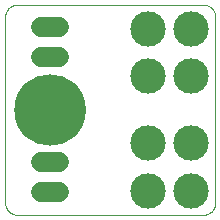
<source format=gbs>
G75*
%MOIN*%
%OFA0B0*%
%FSLAX25Y25*%
%IPPOS*%
%LPD*%
%AMOC8*
5,1,8,0,0,1.08239X$1,22.5*
%
%ADD10C,0.00000*%
%ADD11C,0.23800*%
%ADD12C,0.11800*%
%ADD13C,0.06737*%
D10*
X0001000Y0004937D02*
X0001000Y0067063D01*
X0001002Y0067187D01*
X0001008Y0067310D01*
X0001017Y0067434D01*
X0001031Y0067556D01*
X0001048Y0067679D01*
X0001070Y0067801D01*
X0001095Y0067922D01*
X0001124Y0068042D01*
X0001156Y0068161D01*
X0001193Y0068280D01*
X0001233Y0068397D01*
X0001276Y0068512D01*
X0001324Y0068627D01*
X0001375Y0068739D01*
X0001429Y0068850D01*
X0001487Y0068960D01*
X0001548Y0069067D01*
X0001613Y0069173D01*
X0001681Y0069276D01*
X0001752Y0069377D01*
X0001826Y0069476D01*
X0001903Y0069573D01*
X0001984Y0069667D01*
X0002067Y0069758D01*
X0002153Y0069847D01*
X0002242Y0069933D01*
X0002333Y0070016D01*
X0002427Y0070097D01*
X0002524Y0070174D01*
X0002623Y0070248D01*
X0002724Y0070319D01*
X0002827Y0070387D01*
X0002933Y0070452D01*
X0003040Y0070513D01*
X0003150Y0070571D01*
X0003261Y0070625D01*
X0003373Y0070676D01*
X0003488Y0070724D01*
X0003603Y0070767D01*
X0003720Y0070807D01*
X0003839Y0070844D01*
X0003958Y0070876D01*
X0004078Y0070905D01*
X0004199Y0070930D01*
X0004321Y0070952D01*
X0004444Y0070969D01*
X0004566Y0070983D01*
X0004690Y0070992D01*
X0004813Y0070998D01*
X0004937Y0071000D01*
X0067063Y0071000D01*
X0067187Y0070998D01*
X0067310Y0070992D01*
X0067434Y0070983D01*
X0067556Y0070969D01*
X0067679Y0070952D01*
X0067801Y0070930D01*
X0067922Y0070905D01*
X0068042Y0070876D01*
X0068161Y0070844D01*
X0068280Y0070807D01*
X0068397Y0070767D01*
X0068512Y0070724D01*
X0068627Y0070676D01*
X0068739Y0070625D01*
X0068850Y0070571D01*
X0068960Y0070513D01*
X0069067Y0070452D01*
X0069173Y0070387D01*
X0069276Y0070319D01*
X0069377Y0070248D01*
X0069476Y0070174D01*
X0069573Y0070097D01*
X0069667Y0070016D01*
X0069758Y0069933D01*
X0069847Y0069847D01*
X0069933Y0069758D01*
X0070016Y0069667D01*
X0070097Y0069573D01*
X0070174Y0069476D01*
X0070248Y0069377D01*
X0070319Y0069276D01*
X0070387Y0069173D01*
X0070452Y0069067D01*
X0070513Y0068960D01*
X0070571Y0068850D01*
X0070625Y0068739D01*
X0070676Y0068627D01*
X0070724Y0068512D01*
X0070767Y0068397D01*
X0070807Y0068280D01*
X0070844Y0068161D01*
X0070876Y0068042D01*
X0070905Y0067922D01*
X0070930Y0067801D01*
X0070952Y0067679D01*
X0070969Y0067556D01*
X0070983Y0067434D01*
X0070992Y0067310D01*
X0070998Y0067187D01*
X0071000Y0067063D01*
X0071000Y0004937D01*
X0070998Y0004813D01*
X0070992Y0004690D01*
X0070983Y0004566D01*
X0070969Y0004444D01*
X0070952Y0004321D01*
X0070930Y0004199D01*
X0070905Y0004078D01*
X0070876Y0003958D01*
X0070844Y0003839D01*
X0070807Y0003720D01*
X0070767Y0003603D01*
X0070724Y0003488D01*
X0070676Y0003373D01*
X0070625Y0003261D01*
X0070571Y0003150D01*
X0070513Y0003040D01*
X0070452Y0002933D01*
X0070387Y0002827D01*
X0070319Y0002724D01*
X0070248Y0002623D01*
X0070174Y0002524D01*
X0070097Y0002427D01*
X0070016Y0002333D01*
X0069933Y0002242D01*
X0069847Y0002153D01*
X0069758Y0002067D01*
X0069667Y0001984D01*
X0069573Y0001903D01*
X0069476Y0001826D01*
X0069377Y0001752D01*
X0069276Y0001681D01*
X0069173Y0001613D01*
X0069067Y0001548D01*
X0068960Y0001487D01*
X0068850Y0001429D01*
X0068739Y0001375D01*
X0068627Y0001324D01*
X0068512Y0001276D01*
X0068397Y0001233D01*
X0068280Y0001193D01*
X0068161Y0001156D01*
X0068042Y0001124D01*
X0067922Y0001095D01*
X0067801Y0001070D01*
X0067679Y0001048D01*
X0067556Y0001031D01*
X0067434Y0001017D01*
X0067310Y0001008D01*
X0067187Y0001002D01*
X0067063Y0001000D01*
X0004937Y0001000D01*
X0004813Y0001002D01*
X0004690Y0001008D01*
X0004566Y0001017D01*
X0004444Y0001031D01*
X0004321Y0001048D01*
X0004199Y0001070D01*
X0004078Y0001095D01*
X0003958Y0001124D01*
X0003839Y0001156D01*
X0003720Y0001193D01*
X0003603Y0001233D01*
X0003488Y0001276D01*
X0003373Y0001324D01*
X0003261Y0001375D01*
X0003150Y0001429D01*
X0003040Y0001487D01*
X0002933Y0001548D01*
X0002827Y0001613D01*
X0002724Y0001681D01*
X0002623Y0001752D01*
X0002524Y0001826D01*
X0002427Y0001903D01*
X0002333Y0001984D01*
X0002242Y0002067D01*
X0002153Y0002153D01*
X0002067Y0002242D01*
X0001984Y0002333D01*
X0001903Y0002427D01*
X0001826Y0002524D01*
X0001752Y0002623D01*
X0001681Y0002724D01*
X0001613Y0002827D01*
X0001548Y0002933D01*
X0001487Y0003040D01*
X0001429Y0003150D01*
X0001375Y0003261D01*
X0001324Y0003373D01*
X0001276Y0003488D01*
X0001233Y0003603D01*
X0001193Y0003720D01*
X0001156Y0003839D01*
X0001124Y0003958D01*
X0001095Y0004078D01*
X0001070Y0004199D01*
X0001048Y0004321D01*
X0001031Y0004444D01*
X0001017Y0004566D01*
X0001008Y0004690D01*
X0001002Y0004813D01*
X0001000Y0004937D01*
X0004500Y0036000D02*
X0004503Y0036282D01*
X0004514Y0036564D01*
X0004531Y0036846D01*
X0004555Y0037127D01*
X0004586Y0037408D01*
X0004624Y0037687D01*
X0004669Y0037966D01*
X0004721Y0038244D01*
X0004779Y0038520D01*
X0004845Y0038794D01*
X0004917Y0039067D01*
X0004995Y0039338D01*
X0005080Y0039607D01*
X0005172Y0039874D01*
X0005271Y0040139D01*
X0005375Y0040401D01*
X0005487Y0040660D01*
X0005604Y0040917D01*
X0005728Y0041171D01*
X0005858Y0041421D01*
X0005994Y0041668D01*
X0006136Y0041912D01*
X0006284Y0042152D01*
X0006438Y0042389D01*
X0006598Y0042622D01*
X0006763Y0042851D01*
X0006934Y0043075D01*
X0007110Y0043296D01*
X0007292Y0043511D01*
X0007479Y0043723D01*
X0007671Y0043930D01*
X0007868Y0044132D01*
X0008070Y0044329D01*
X0008277Y0044521D01*
X0008489Y0044708D01*
X0008704Y0044890D01*
X0008925Y0045066D01*
X0009149Y0045237D01*
X0009378Y0045402D01*
X0009611Y0045562D01*
X0009848Y0045716D01*
X0010088Y0045864D01*
X0010332Y0046006D01*
X0010579Y0046142D01*
X0010829Y0046272D01*
X0011083Y0046396D01*
X0011340Y0046513D01*
X0011599Y0046625D01*
X0011861Y0046729D01*
X0012126Y0046828D01*
X0012393Y0046920D01*
X0012662Y0047005D01*
X0012933Y0047083D01*
X0013206Y0047155D01*
X0013480Y0047221D01*
X0013756Y0047279D01*
X0014034Y0047331D01*
X0014313Y0047376D01*
X0014592Y0047414D01*
X0014873Y0047445D01*
X0015154Y0047469D01*
X0015436Y0047486D01*
X0015718Y0047497D01*
X0016000Y0047500D01*
X0016282Y0047497D01*
X0016564Y0047486D01*
X0016846Y0047469D01*
X0017127Y0047445D01*
X0017408Y0047414D01*
X0017687Y0047376D01*
X0017966Y0047331D01*
X0018244Y0047279D01*
X0018520Y0047221D01*
X0018794Y0047155D01*
X0019067Y0047083D01*
X0019338Y0047005D01*
X0019607Y0046920D01*
X0019874Y0046828D01*
X0020139Y0046729D01*
X0020401Y0046625D01*
X0020660Y0046513D01*
X0020917Y0046396D01*
X0021171Y0046272D01*
X0021421Y0046142D01*
X0021668Y0046006D01*
X0021912Y0045864D01*
X0022152Y0045716D01*
X0022389Y0045562D01*
X0022622Y0045402D01*
X0022851Y0045237D01*
X0023075Y0045066D01*
X0023296Y0044890D01*
X0023511Y0044708D01*
X0023723Y0044521D01*
X0023930Y0044329D01*
X0024132Y0044132D01*
X0024329Y0043930D01*
X0024521Y0043723D01*
X0024708Y0043511D01*
X0024890Y0043296D01*
X0025066Y0043075D01*
X0025237Y0042851D01*
X0025402Y0042622D01*
X0025562Y0042389D01*
X0025716Y0042152D01*
X0025864Y0041912D01*
X0026006Y0041668D01*
X0026142Y0041421D01*
X0026272Y0041171D01*
X0026396Y0040917D01*
X0026513Y0040660D01*
X0026625Y0040401D01*
X0026729Y0040139D01*
X0026828Y0039874D01*
X0026920Y0039607D01*
X0027005Y0039338D01*
X0027083Y0039067D01*
X0027155Y0038794D01*
X0027221Y0038520D01*
X0027279Y0038244D01*
X0027331Y0037966D01*
X0027376Y0037687D01*
X0027414Y0037408D01*
X0027445Y0037127D01*
X0027469Y0036846D01*
X0027486Y0036564D01*
X0027497Y0036282D01*
X0027500Y0036000D01*
X0027497Y0035718D01*
X0027486Y0035436D01*
X0027469Y0035154D01*
X0027445Y0034873D01*
X0027414Y0034592D01*
X0027376Y0034313D01*
X0027331Y0034034D01*
X0027279Y0033756D01*
X0027221Y0033480D01*
X0027155Y0033206D01*
X0027083Y0032933D01*
X0027005Y0032662D01*
X0026920Y0032393D01*
X0026828Y0032126D01*
X0026729Y0031861D01*
X0026625Y0031599D01*
X0026513Y0031340D01*
X0026396Y0031083D01*
X0026272Y0030829D01*
X0026142Y0030579D01*
X0026006Y0030332D01*
X0025864Y0030088D01*
X0025716Y0029848D01*
X0025562Y0029611D01*
X0025402Y0029378D01*
X0025237Y0029149D01*
X0025066Y0028925D01*
X0024890Y0028704D01*
X0024708Y0028489D01*
X0024521Y0028277D01*
X0024329Y0028070D01*
X0024132Y0027868D01*
X0023930Y0027671D01*
X0023723Y0027479D01*
X0023511Y0027292D01*
X0023296Y0027110D01*
X0023075Y0026934D01*
X0022851Y0026763D01*
X0022622Y0026598D01*
X0022389Y0026438D01*
X0022152Y0026284D01*
X0021912Y0026136D01*
X0021668Y0025994D01*
X0021421Y0025858D01*
X0021171Y0025728D01*
X0020917Y0025604D01*
X0020660Y0025487D01*
X0020401Y0025375D01*
X0020139Y0025271D01*
X0019874Y0025172D01*
X0019607Y0025080D01*
X0019338Y0024995D01*
X0019067Y0024917D01*
X0018794Y0024845D01*
X0018520Y0024779D01*
X0018244Y0024721D01*
X0017966Y0024669D01*
X0017687Y0024624D01*
X0017408Y0024586D01*
X0017127Y0024555D01*
X0016846Y0024531D01*
X0016564Y0024514D01*
X0016282Y0024503D01*
X0016000Y0024500D01*
X0015718Y0024503D01*
X0015436Y0024514D01*
X0015154Y0024531D01*
X0014873Y0024555D01*
X0014592Y0024586D01*
X0014313Y0024624D01*
X0014034Y0024669D01*
X0013756Y0024721D01*
X0013480Y0024779D01*
X0013206Y0024845D01*
X0012933Y0024917D01*
X0012662Y0024995D01*
X0012393Y0025080D01*
X0012126Y0025172D01*
X0011861Y0025271D01*
X0011599Y0025375D01*
X0011340Y0025487D01*
X0011083Y0025604D01*
X0010829Y0025728D01*
X0010579Y0025858D01*
X0010332Y0025994D01*
X0010088Y0026136D01*
X0009848Y0026284D01*
X0009611Y0026438D01*
X0009378Y0026598D01*
X0009149Y0026763D01*
X0008925Y0026934D01*
X0008704Y0027110D01*
X0008489Y0027292D01*
X0008277Y0027479D01*
X0008070Y0027671D01*
X0007868Y0027868D01*
X0007671Y0028070D01*
X0007479Y0028277D01*
X0007292Y0028489D01*
X0007110Y0028704D01*
X0006934Y0028925D01*
X0006763Y0029149D01*
X0006598Y0029378D01*
X0006438Y0029611D01*
X0006284Y0029848D01*
X0006136Y0030088D01*
X0005994Y0030332D01*
X0005858Y0030579D01*
X0005728Y0030829D01*
X0005604Y0031083D01*
X0005487Y0031340D01*
X0005375Y0031599D01*
X0005271Y0031861D01*
X0005172Y0032126D01*
X0005080Y0032393D01*
X0004995Y0032662D01*
X0004917Y0032933D01*
X0004845Y0033206D01*
X0004779Y0033480D01*
X0004721Y0033756D01*
X0004669Y0034034D01*
X0004624Y0034313D01*
X0004586Y0034592D01*
X0004555Y0034873D01*
X0004531Y0035154D01*
X0004514Y0035436D01*
X0004503Y0035718D01*
X0004500Y0036000D01*
D11*
X0016000Y0036000D03*
D12*
X0048500Y0024780D03*
X0062900Y0024780D03*
X0062900Y0009031D03*
X0048500Y0009031D03*
X0048500Y0047220D03*
X0062900Y0047220D03*
X0062900Y0062969D03*
X0048500Y0062969D03*
D13*
X0018969Y0063500D02*
X0013031Y0063500D01*
X0013031Y0053500D02*
X0018969Y0053500D01*
X0018969Y0018500D02*
X0013031Y0018500D01*
X0013031Y0008500D02*
X0018969Y0008500D01*
M02*

</source>
